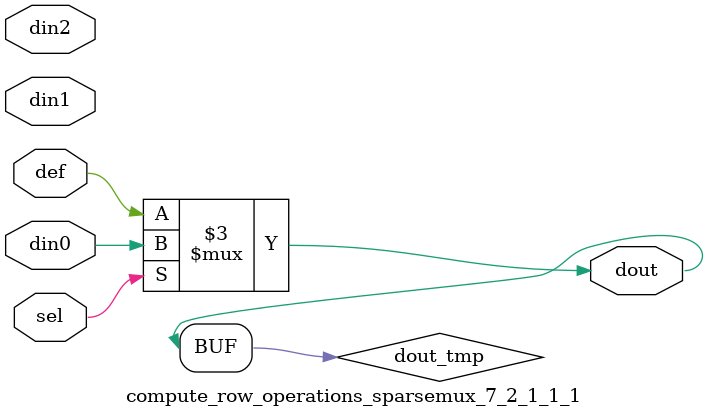
<source format=v>
`timescale 1ns / 1ps

module compute_row_operations_sparsemux_7_2_1_1_1 (din0,din1,din2,def,sel,dout);

parameter din0_WIDTH = 1;

parameter din1_WIDTH = 1;

parameter din2_WIDTH = 1;

parameter def_WIDTH = 1;
parameter sel_WIDTH = 1;
parameter dout_WIDTH = 1;

parameter [sel_WIDTH-1:0] CASE0 = 1;

parameter [sel_WIDTH-1:0] CASE1 = 1;

parameter [sel_WIDTH-1:0] CASE2 = 1;

parameter ID = 1;
parameter NUM_STAGE = 1;



input [din0_WIDTH-1:0] din0;

input [din1_WIDTH-1:0] din1;

input [din2_WIDTH-1:0] din2;

input [def_WIDTH-1:0] def;
input [sel_WIDTH-1:0] sel;

output [dout_WIDTH-1:0] dout;



reg [dout_WIDTH-1:0] dout_tmp;


always @ (*) begin
(* parallel_case *) case (sel)
    
    CASE0 : dout_tmp = din0;
    
    CASE1 : dout_tmp = din1;
    
    CASE2 : dout_tmp = din2;
    
    default : dout_tmp = def;
endcase
end


assign dout = dout_tmp;



endmodule

</source>
